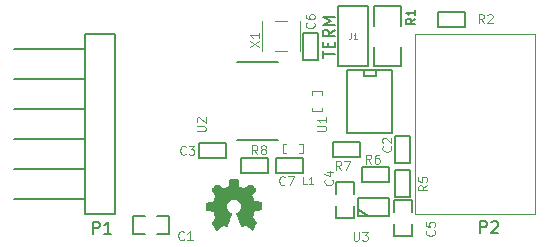
<source format=gto>
G04 #@! TF.FileFunction,Legend,Top*
%FSLAX46Y46*%
G04 Gerber Fmt 4.6, Leading zero omitted, Abs format (unit mm)*
G04 Created by KiCad (PCBNEW 4.0.2+dfsg1-stable) date ven. 29 sept. 2017 08:41:15 CEST*
%MOMM*%
G01*
G04 APERTURE LIST*
%ADD10C,0.100000*%
%ADD11C,0.150000*%
%ADD12C,0.101600*%
%ADD13C,0.127000*%
%ADD14C,0.152400*%
%ADD15C,0.203200*%
%ADD16C,0.027940*%
%ADD17C,0.076200*%
G04 APERTURE END LIST*
D10*
D11*
X149591781Y-99421724D02*
X149591781Y-98850295D01*
X150591781Y-99136010D02*
X149591781Y-99136010D01*
X150067971Y-98516962D02*
X150067971Y-98183628D01*
X150591781Y-98040771D02*
X150591781Y-98516962D01*
X149591781Y-98516962D01*
X149591781Y-98040771D01*
X150591781Y-97040771D02*
X150115590Y-97374105D01*
X150591781Y-97612200D02*
X149591781Y-97612200D01*
X149591781Y-97231247D01*
X149639400Y-97136009D01*
X149687019Y-97088390D01*
X149782257Y-97040771D01*
X149925114Y-97040771D01*
X150020352Y-97088390D01*
X150067971Y-97136009D01*
X150115590Y-97231247D01*
X150115590Y-97612200D01*
X150591781Y-96612200D02*
X149591781Y-96612200D01*
X150306067Y-96278866D01*
X149591781Y-95945533D01*
X150591781Y-95945533D01*
X123450000Y-98650000D02*
X129450000Y-98650000D01*
X123450000Y-101190000D02*
X129450000Y-101190000D01*
X123450000Y-103730000D02*
X129450000Y-103730000D01*
X123450000Y-106270000D02*
X129450000Y-106270000D01*
X123450000Y-108810000D02*
X129450000Y-108810000D01*
X123450000Y-111350000D02*
X129450000Y-111350000D01*
X131990000Y-112620000D02*
X131990000Y-97380000D01*
X131990000Y-97380000D02*
X129450000Y-97380000D01*
X129450000Y-97380000D02*
X129450000Y-112620000D01*
X131990000Y-112620000D02*
X129450000Y-112620000D01*
D12*
X167550000Y-112620000D02*
X167550000Y-97380000D01*
X157390000Y-112620000D02*
X157390000Y-97380000D01*
X167550000Y-112620000D02*
X157390000Y-112620000D01*
X157390000Y-97380000D02*
X167550000Y-97380000D01*
D13*
X151792000Y-100433000D02*
X151665000Y-100433000D01*
X151665000Y-100433000D02*
X151665000Y-105767000D01*
X155475000Y-105767000D02*
X155475000Y-100433000D01*
X155475000Y-100433000D02*
X151792000Y-100433000D01*
X154078000Y-100433000D02*
X154078000Y-100941000D01*
X154078000Y-100941000D02*
X153062000Y-100941000D01*
X153062000Y-100941000D02*
X153062000Y-100433000D01*
X155475000Y-105767000D02*
X151665000Y-105767000D01*
D14*
X150900000Y-95060000D02*
X153440000Y-95060000D01*
X153440000Y-95060000D02*
X153440000Y-100140000D01*
X153440000Y-100140000D02*
X150900000Y-100140000D01*
X150900000Y-100140000D02*
X150900000Y-95060000D01*
D13*
X153947000Y-100140000D02*
X156233000Y-100140000D01*
X156233000Y-100140000D02*
X156233000Y-98489000D01*
X153947000Y-96711000D02*
X153947000Y-95060000D01*
X153947000Y-95060000D02*
X156233000Y-95060000D01*
X156233000Y-95060000D02*
X156233000Y-96711000D01*
X153947000Y-98489000D02*
X153947000Y-100140000D01*
D15*
X142321280Y-106398600D02*
X145816320Y-106398600D01*
X145816320Y-99798600D02*
X142321280Y-99798600D01*
D13*
X150749000Y-110972600D02*
X150749000Y-109956600D01*
X150749000Y-109956600D02*
X152273000Y-109956600D01*
X152273000Y-109956600D02*
X152273000Y-110972600D01*
X152273000Y-111988600D02*
X152273000Y-113004600D01*
X152273000Y-113004600D02*
X150749000Y-113004600D01*
X150749000Y-113004600D02*
X150749000Y-111988600D01*
X159385000Y-95504000D02*
X161671000Y-95504000D01*
X161671000Y-95504000D02*
X161671000Y-96774000D01*
X161671000Y-96774000D02*
X159385000Y-96774000D01*
X159385000Y-96774000D02*
X159385000Y-95504000D01*
X155752800Y-111175800D02*
X155752800Y-108889800D01*
X155752800Y-108889800D02*
X157022800Y-108889800D01*
X157022800Y-108889800D02*
X157022800Y-111175800D01*
X157022800Y-111175800D02*
X155752800Y-111175800D01*
X155244800Y-109905800D02*
X152958800Y-109905800D01*
X152958800Y-109905800D02*
X152958800Y-108635800D01*
X152958800Y-108635800D02*
X155244800Y-108635800D01*
X155244800Y-108635800D02*
X155244800Y-109905800D01*
X135585200Y-112826800D02*
X136601200Y-112826800D01*
X136601200Y-112826800D02*
X136601200Y-114350800D01*
X136601200Y-114350800D02*
X135585200Y-114350800D01*
X134569200Y-114350800D02*
X133553200Y-114350800D01*
X133553200Y-114350800D02*
X133553200Y-112826800D01*
X133553200Y-112826800D02*
X134569200Y-112826800D01*
X157022800Y-106019600D02*
X157022800Y-108305600D01*
X157022800Y-108305600D02*
X155752800Y-108305600D01*
X155752800Y-108305600D02*
X155752800Y-106019600D01*
X155752800Y-106019600D02*
X157022800Y-106019600D01*
X139115800Y-106654600D02*
X141401800Y-106654600D01*
X141401800Y-106654600D02*
X141401800Y-107924600D01*
X141401800Y-107924600D02*
X139115800Y-107924600D01*
X139115800Y-107924600D02*
X139115800Y-106654600D01*
X155625800Y-112471200D02*
X155625800Y-111455200D01*
X155625800Y-111455200D02*
X157149800Y-111455200D01*
X157149800Y-111455200D02*
X157149800Y-112471200D01*
X157149800Y-113487200D02*
X157149800Y-114503200D01*
X157149800Y-114503200D02*
X155625800Y-114503200D01*
X155625800Y-114503200D02*
X155625800Y-113487200D01*
X153416000Y-112801400D02*
X152654000Y-112293400D01*
X155194000Y-112801400D02*
X152590500Y-112801400D01*
X152590500Y-112801400D02*
X152590500Y-111277400D01*
X152590500Y-111277400D02*
X155194000Y-111277400D01*
X155194000Y-111277400D02*
X155194000Y-112801400D01*
X150444200Y-106527600D02*
X152730200Y-106527600D01*
X152730200Y-106527600D02*
X152730200Y-107797600D01*
X152730200Y-107797600D02*
X150444200Y-107797600D01*
X150444200Y-107797600D02*
X150444200Y-106527600D01*
D12*
X148698000Y-103948600D02*
X148698000Y-103648600D01*
X148698000Y-103948600D02*
X149498000Y-103948600D01*
X149498000Y-103948600D02*
X149498000Y-103648600D01*
X148698000Y-102548600D02*
X148698000Y-102248600D01*
X148698000Y-102248600D02*
X149498000Y-102248600D01*
X149498000Y-102248600D02*
X149498000Y-102548600D01*
X146190600Y-106686400D02*
X146490600Y-106686400D01*
X146190600Y-106686400D02*
X146190600Y-107486400D01*
X146190600Y-107486400D02*
X146490600Y-107486400D01*
X147590600Y-106686400D02*
X147890600Y-106686400D01*
X147890600Y-106686400D02*
X147890600Y-107486400D01*
X147890600Y-107486400D02*
X147590600Y-107486400D01*
D10*
X144450000Y-98811400D02*
X144450000Y-96311400D01*
X146550000Y-96311400D02*
X145550000Y-96311400D01*
X146550000Y-98811400D02*
X145550000Y-98811400D01*
X147650000Y-98811400D02*
X147650000Y-96311400D01*
D13*
X149199600Y-97307400D02*
X149199600Y-99593400D01*
X149199600Y-99593400D02*
X147929600Y-99593400D01*
X147929600Y-99593400D02*
X147929600Y-97307400D01*
X147929600Y-97307400D02*
X149199600Y-97307400D01*
X145669000Y-107873800D02*
X147955000Y-107873800D01*
X147955000Y-107873800D02*
X147955000Y-109143800D01*
X147955000Y-109143800D02*
X145669000Y-109143800D01*
X145669000Y-109143800D02*
X145669000Y-107873800D01*
X142646400Y-107873800D02*
X144932400Y-107873800D01*
X144932400Y-107873800D02*
X144932400Y-109143800D01*
X144932400Y-109143800D02*
X142646400Y-109143800D01*
X142646400Y-109143800D02*
X142646400Y-107873800D01*
D16*
X141871700Y-109664500D02*
X142125700Y-109664500D01*
X141719300Y-109689900D02*
X142354300Y-109689900D01*
X141719300Y-109715300D02*
X142354300Y-109715300D01*
X141693900Y-109740700D02*
X142379700Y-109740700D01*
X141693900Y-109766100D02*
X142379700Y-109766100D01*
X141693900Y-109791500D02*
X142379700Y-109791500D01*
X141693900Y-109816900D02*
X142379700Y-109816900D01*
X141693900Y-109842300D02*
X142379700Y-109842300D01*
X141693900Y-109867700D02*
X142379700Y-109867700D01*
X141668500Y-109893100D02*
X142405100Y-109893100D01*
X141668500Y-109918500D02*
X142405100Y-109918500D01*
X141668500Y-109943900D02*
X142405100Y-109943900D01*
X141668500Y-109969300D02*
X142405100Y-109969300D01*
X141668500Y-109994700D02*
X142405100Y-109994700D01*
X141643100Y-110020100D02*
X142405100Y-110020100D01*
X141643100Y-110045500D02*
X142430500Y-110045500D01*
X141643100Y-110070900D02*
X142430500Y-110070900D01*
X141643100Y-110096300D02*
X142430500Y-110096300D01*
X141643100Y-110121700D02*
X142430500Y-110121700D01*
X140601700Y-110147100D02*
X140677900Y-110147100D01*
X141643100Y-110147100D02*
X142430500Y-110147100D01*
X143370300Y-110147100D02*
X143471900Y-110147100D01*
X140576300Y-110172500D02*
X140703300Y-110172500D01*
X141617700Y-110172500D02*
X142430500Y-110172500D01*
X143319500Y-110172500D02*
X143497300Y-110172500D01*
X140550900Y-110197900D02*
X140754100Y-110197900D01*
X141617700Y-110197900D02*
X142430500Y-110197900D01*
X143294100Y-110197900D02*
X143522700Y-110197900D01*
X140500100Y-110223300D02*
X140779500Y-110223300D01*
X141617700Y-110223300D02*
X142455900Y-110223300D01*
X143243300Y-110223300D02*
X143573500Y-110223300D01*
X140474700Y-110248700D02*
X140830300Y-110248700D01*
X141617700Y-110248700D02*
X142455900Y-110248700D01*
X143217900Y-110248700D02*
X143598900Y-110248700D01*
X140449300Y-110274100D02*
X140855700Y-110274100D01*
X141617700Y-110274100D02*
X142455900Y-110274100D01*
X143167100Y-110274100D02*
X143624300Y-110274100D01*
X140423900Y-110299500D02*
X140881100Y-110299500D01*
X141592300Y-110299500D02*
X142455900Y-110299500D01*
X143141700Y-110299500D02*
X143649700Y-110299500D01*
X140398500Y-110324900D02*
X140931900Y-110324900D01*
X141516100Y-110324900D02*
X142557500Y-110324900D01*
X143090900Y-110324900D02*
X143675100Y-110324900D01*
X140373100Y-110350300D02*
X140957300Y-110350300D01*
X141439900Y-110350300D02*
X142633700Y-110350300D01*
X143065500Y-110350300D02*
X143700500Y-110350300D01*
X140347700Y-110375700D02*
X141008100Y-110375700D01*
X141363700Y-110375700D02*
X142684500Y-110375700D01*
X143014700Y-110375700D02*
X143725900Y-110375700D01*
X140322300Y-110401100D02*
X141033500Y-110401100D01*
X141312900Y-110401100D02*
X142760700Y-110401100D01*
X142989300Y-110401100D02*
X143751300Y-110401100D01*
X140296900Y-110426500D02*
X141058900Y-110426500D01*
X141262100Y-110426500D02*
X142811500Y-110426500D01*
X142963900Y-110426500D02*
X143776700Y-110426500D01*
X140271500Y-110451900D02*
X141109700Y-110451900D01*
X141211300Y-110451900D02*
X142862300Y-110451900D01*
X142913100Y-110451900D02*
X143802100Y-110451900D01*
X140246100Y-110477300D02*
X141135100Y-110477300D01*
X141160500Y-110477300D02*
X143827500Y-110477300D01*
X140220700Y-110502700D02*
X143827500Y-110502700D01*
X140220700Y-110528100D02*
X143852900Y-110528100D01*
X140195300Y-110553500D02*
X143852900Y-110553500D01*
X140195300Y-110578900D02*
X143852900Y-110578900D01*
X140220700Y-110604300D02*
X143852900Y-110604300D01*
X140220700Y-110629700D02*
X143827500Y-110629700D01*
X140246100Y-110655100D02*
X143827500Y-110655100D01*
X140271500Y-110680500D02*
X143802100Y-110680500D01*
X140271500Y-110705900D02*
X143776700Y-110705900D01*
X140296900Y-110731300D02*
X143751300Y-110731300D01*
X140322300Y-110756700D02*
X143751300Y-110756700D01*
X140347700Y-110782100D02*
X143725900Y-110782100D01*
X140347700Y-110807500D02*
X143700500Y-110807500D01*
X140373100Y-110832900D02*
X143700500Y-110832900D01*
X140398500Y-110858300D02*
X143675100Y-110858300D01*
X140398500Y-110883700D02*
X143649700Y-110883700D01*
X140423900Y-110909100D02*
X143624300Y-110909100D01*
X140449300Y-110934500D02*
X143624300Y-110934500D01*
X140449300Y-110959900D02*
X143598900Y-110959900D01*
X140474700Y-110985300D02*
X143573500Y-110985300D01*
X140500100Y-111010700D02*
X143548100Y-111010700D01*
X140500100Y-111036100D02*
X143548100Y-111036100D01*
X140525500Y-111061500D02*
X143522700Y-111061500D01*
X140525500Y-111086900D02*
X143522700Y-111086900D01*
X140525500Y-111112300D02*
X143548100Y-111112300D01*
X140500100Y-111137700D02*
X143573500Y-111137700D01*
X140500100Y-111163100D02*
X143573500Y-111163100D01*
X140474700Y-111188500D02*
X143598900Y-111188500D01*
X140474700Y-111213900D02*
X143598900Y-111213900D01*
X140449300Y-111239300D02*
X143624300Y-111239300D01*
X140449300Y-111264700D02*
X143624300Y-111264700D01*
X140423900Y-111290100D02*
X143649700Y-111290100D01*
X140423900Y-111315500D02*
X143649700Y-111315500D01*
X140398500Y-111340900D02*
X143649700Y-111340900D01*
X140398500Y-111366300D02*
X141922500Y-111366300D01*
X142151100Y-111366300D02*
X143675100Y-111366300D01*
X140398500Y-111391700D02*
X141846300Y-111391700D01*
X142227300Y-111391700D02*
X143675100Y-111391700D01*
X140373100Y-111417100D02*
X141770100Y-111417100D01*
X142303500Y-111417100D02*
X143700500Y-111417100D01*
X140373100Y-111442500D02*
X141719300Y-111442500D01*
X142354300Y-111442500D02*
X143700500Y-111442500D01*
X140373100Y-111467900D02*
X141693900Y-111467900D01*
X142379700Y-111467900D02*
X143700500Y-111467900D01*
X140347700Y-111493300D02*
X141643100Y-111493300D01*
X142430500Y-111493300D02*
X143725900Y-111493300D01*
X140347700Y-111518700D02*
X141617700Y-111518700D01*
X142455900Y-111518700D02*
X143802100Y-111518700D01*
X140347700Y-111544100D02*
X141592300Y-111544100D01*
X142481300Y-111544100D02*
X143954500Y-111544100D01*
X140322300Y-111569500D02*
X141566900Y-111569500D01*
X142506700Y-111569500D02*
X144081500Y-111569500D01*
X140169900Y-111594900D02*
X141541500Y-111594900D01*
X142532100Y-111594900D02*
X144233900Y-111594900D01*
X140017500Y-111620300D02*
X141541500Y-111620300D01*
X142532100Y-111620300D02*
X144335500Y-111620300D01*
X139865100Y-111645700D02*
X141516100Y-111645700D01*
X142557500Y-111645700D02*
X144335500Y-111645700D01*
X139738100Y-111671100D02*
X141490700Y-111671100D01*
X142582900Y-111671100D02*
X144360900Y-111671100D01*
X139712700Y-111696500D02*
X141490700Y-111696500D01*
X142582900Y-111696500D02*
X144360900Y-111696500D01*
X139712700Y-111721900D02*
X141465300Y-111721900D01*
X142608300Y-111721900D02*
X144360900Y-111721900D01*
X139712700Y-111747300D02*
X141465300Y-111747300D01*
X142608300Y-111747300D02*
X144360900Y-111747300D01*
X139712700Y-111772700D02*
X141439900Y-111772700D01*
X142633700Y-111772700D02*
X144360900Y-111772700D01*
X139712700Y-111798100D02*
X141439900Y-111798100D01*
X142633700Y-111798100D02*
X144360900Y-111798100D01*
X139712700Y-111823500D02*
X141439900Y-111823500D01*
X142633700Y-111823500D02*
X144360900Y-111823500D01*
X139712700Y-111848900D02*
X141439900Y-111848900D01*
X142659100Y-111848900D02*
X144360900Y-111848900D01*
X139712700Y-111874300D02*
X141414500Y-111874300D01*
X142659100Y-111874300D02*
X144360900Y-111874300D01*
X139712700Y-111899700D02*
X141414500Y-111899700D01*
X142659100Y-111899700D02*
X144386300Y-111899700D01*
X139687300Y-111925100D02*
X141414500Y-111925100D01*
X142659100Y-111925100D02*
X144386300Y-111925100D01*
X139687300Y-111950500D02*
X141414500Y-111950500D01*
X142659100Y-111950500D02*
X144386300Y-111950500D01*
X139687300Y-111975900D02*
X141414500Y-111975900D01*
X142659100Y-111975900D02*
X144386300Y-111975900D01*
X139687300Y-112001300D02*
X141414500Y-112001300D01*
X142659100Y-112001300D02*
X144386300Y-112001300D01*
X139687300Y-112026700D02*
X141414500Y-112026700D01*
X142659100Y-112026700D02*
X144386300Y-112026700D01*
X139687300Y-112052100D02*
X141414500Y-112052100D01*
X142659100Y-112052100D02*
X144386300Y-112052100D01*
X139687300Y-112077500D02*
X141414500Y-112077500D01*
X142659100Y-112077500D02*
X144386300Y-112077500D01*
X139687300Y-112102900D02*
X141414500Y-112102900D01*
X142659100Y-112102900D02*
X144386300Y-112102900D01*
X139687300Y-112128300D02*
X141439900Y-112128300D01*
X142659100Y-112128300D02*
X144386300Y-112128300D01*
X139712700Y-112153700D02*
X141439900Y-112153700D01*
X142633700Y-112153700D02*
X144386300Y-112153700D01*
X139712700Y-112179100D02*
X141439900Y-112179100D01*
X142633700Y-112179100D02*
X144360900Y-112179100D01*
X139712700Y-112204500D02*
X141465300Y-112204500D01*
X142633700Y-112204500D02*
X144360900Y-112204500D01*
X139712700Y-112229900D02*
X141465300Y-112229900D01*
X142608300Y-112229900D02*
X144360900Y-112229900D01*
X139712700Y-112255300D02*
X141465300Y-112255300D01*
X142608300Y-112255300D02*
X144335500Y-112255300D01*
X139712700Y-112280700D02*
X141490700Y-112280700D01*
X142582900Y-112280700D02*
X144183100Y-112280700D01*
X139814300Y-112306100D02*
X141516100Y-112306100D01*
X142582900Y-112306100D02*
X144030700Y-112306100D01*
X139941300Y-112331500D02*
X141516100Y-112331500D01*
X142557500Y-112331500D02*
X143852900Y-112331500D01*
X140093700Y-112356900D02*
X141541500Y-112356900D01*
X142532100Y-112356900D02*
X143751300Y-112356900D01*
X140220700Y-112382300D02*
X141566900Y-112382300D01*
X142506700Y-112382300D02*
X143751300Y-112382300D01*
X140322300Y-112407700D02*
X141592300Y-112407700D01*
X142506700Y-112407700D02*
X143751300Y-112407700D01*
X140347700Y-112433100D02*
X141592300Y-112433100D01*
X142481300Y-112433100D02*
X143725900Y-112433100D01*
X140347700Y-112458500D02*
X141643100Y-112458500D01*
X142430500Y-112458500D02*
X143725900Y-112458500D01*
X140347700Y-112483900D02*
X141668500Y-112483900D01*
X142405100Y-112483900D02*
X143725900Y-112483900D01*
X140347700Y-112509300D02*
X141693900Y-112509300D01*
X142379700Y-112509300D02*
X143725900Y-112509300D01*
X140373100Y-112534700D02*
X141744700Y-112534700D01*
X142328900Y-112534700D02*
X143700500Y-112534700D01*
X140373100Y-112560100D02*
X141795500Y-112560100D01*
X142278100Y-112560100D02*
X143700500Y-112560100D01*
X140373100Y-112585500D02*
X141820900Y-112585500D01*
X142278100Y-112585500D02*
X143700500Y-112585500D01*
X140398500Y-112610900D02*
X141820900Y-112610900D01*
X142278100Y-112610900D02*
X143675100Y-112610900D01*
X140398500Y-112636300D02*
X141820900Y-112636300D01*
X142278100Y-112636300D02*
X143675100Y-112636300D01*
X140398500Y-112661700D02*
X141795500Y-112661700D01*
X142303500Y-112661700D02*
X143649700Y-112661700D01*
X140423900Y-112687100D02*
X141795500Y-112687100D01*
X142303500Y-112687100D02*
X143649700Y-112687100D01*
X140423900Y-112712500D02*
X141795500Y-112712500D01*
X142303500Y-112712500D02*
X143649700Y-112712500D01*
X140449300Y-112737900D02*
X141770100Y-112737900D01*
X142328900Y-112737900D02*
X143624300Y-112737900D01*
X140449300Y-112763300D02*
X141770100Y-112763300D01*
X142328900Y-112763300D02*
X143624300Y-112763300D01*
X140474700Y-112788700D02*
X141744700Y-112788700D01*
X142354300Y-112788700D02*
X143598900Y-112788700D01*
X140474700Y-112814100D02*
X141744700Y-112814100D01*
X142354300Y-112814100D02*
X143598900Y-112814100D01*
X140500100Y-112839500D02*
X141744700Y-112839500D01*
X142354300Y-112839500D02*
X143573500Y-112839500D01*
X140500100Y-112864900D02*
X141719300Y-112864900D01*
X142379700Y-112864900D02*
X143598900Y-112864900D01*
X140525500Y-112890300D02*
X141719300Y-112890300D01*
X142379700Y-112890300D02*
X143598900Y-112890300D01*
X140525500Y-112915700D02*
X141719300Y-112915700D01*
X142405100Y-112915700D02*
X143624300Y-112915700D01*
X140525500Y-112941100D02*
X141693900Y-112941100D01*
X142405100Y-112941100D02*
X143649700Y-112941100D01*
X140525500Y-112966500D02*
X141693900Y-112966500D01*
X142405100Y-112966500D02*
X143675100Y-112966500D01*
X140500100Y-112991900D02*
X141693900Y-112991900D01*
X142430500Y-112991900D02*
X143675100Y-112991900D01*
X140474700Y-113017300D02*
X141668500Y-113017300D01*
X142430500Y-113017300D02*
X143700500Y-113017300D01*
X140449300Y-113042700D02*
X141668500Y-113042700D01*
X142430500Y-113042700D02*
X143725900Y-113042700D01*
X140449300Y-113068100D02*
X141668500Y-113068100D01*
X142455900Y-113068100D02*
X143725900Y-113068100D01*
X140423900Y-113093500D02*
X141643100Y-113093500D01*
X142455900Y-113093500D02*
X143751300Y-113093500D01*
X140398500Y-113118900D02*
X141643100Y-113118900D01*
X142481300Y-113118900D02*
X143776700Y-113118900D01*
X140373100Y-113144300D02*
X141643100Y-113144300D01*
X142481300Y-113144300D02*
X143776700Y-113144300D01*
X140373100Y-113169700D02*
X141617700Y-113169700D01*
X142481300Y-113169700D02*
X143802100Y-113169700D01*
X140347700Y-113195100D02*
X141617700Y-113195100D01*
X142506700Y-113195100D02*
X143827500Y-113195100D01*
X140322300Y-113220500D02*
X141592300Y-113220500D01*
X142506700Y-113220500D02*
X143827500Y-113220500D01*
X140322300Y-113245900D02*
X141592300Y-113245900D01*
X142532100Y-113245900D02*
X143852900Y-113245900D01*
X140296900Y-113271300D02*
X141592300Y-113271300D01*
X142532100Y-113271300D02*
X143878300Y-113271300D01*
X140271500Y-113296700D02*
X141566900Y-113296700D01*
X142532100Y-113296700D02*
X143903700Y-113296700D01*
X140246100Y-113322100D02*
X141566900Y-113322100D01*
X142557500Y-113322100D02*
X143903700Y-113322100D01*
X140246100Y-113347500D02*
X141566900Y-113347500D01*
X142557500Y-113347500D02*
X143929100Y-113347500D01*
X140220700Y-113372900D02*
X141541500Y-113372900D01*
X142582900Y-113372900D02*
X143929100Y-113372900D01*
X140195300Y-113398300D02*
X141541500Y-113398300D01*
X142582900Y-113398300D02*
X143929100Y-113398300D01*
X140195300Y-113423700D02*
X141541500Y-113423700D01*
X142582900Y-113423700D02*
X143903700Y-113423700D01*
X140195300Y-113449100D02*
X141516100Y-113449100D01*
X142608300Y-113449100D02*
X143878300Y-113449100D01*
X140195300Y-113474500D02*
X141516100Y-113474500D01*
X142608300Y-113474500D02*
X143852900Y-113474500D01*
X140220700Y-113499900D02*
X141516100Y-113499900D01*
X142608300Y-113499900D02*
X143827500Y-113499900D01*
X140246100Y-113525300D02*
X141490700Y-113525300D01*
X142633700Y-113525300D02*
X143827500Y-113525300D01*
X140271500Y-113550700D02*
X141490700Y-113550700D01*
X142633700Y-113550700D02*
X142989300Y-113550700D01*
X143040100Y-113550700D02*
X143802100Y-113550700D01*
X140296900Y-113576100D02*
X141490700Y-113576100D01*
X142659100Y-113576100D02*
X142913100Y-113576100D01*
X143116300Y-113576100D02*
X143776700Y-113576100D01*
X140322300Y-113601500D02*
X141084300Y-113601500D01*
X141211300Y-113601500D02*
X141465300Y-113601500D01*
X142659100Y-113601500D02*
X142862300Y-113601500D01*
X143141700Y-113601500D02*
X143751300Y-113601500D01*
X140347700Y-113626900D02*
X141033500Y-113626900D01*
X141287500Y-113626900D02*
X141465300Y-113626900D01*
X142659100Y-113626900D02*
X142811500Y-113626900D01*
X143167100Y-113626900D02*
X143725900Y-113626900D01*
X140373100Y-113652300D02*
X140982700Y-113652300D01*
X141338300Y-113652300D02*
X141439900Y-113652300D01*
X142684500Y-113652300D02*
X142760700Y-113652300D01*
X143192500Y-113652300D02*
X143751300Y-113652300D01*
X140398500Y-113677700D02*
X140957300Y-113677700D01*
X141389100Y-113677700D02*
X141439900Y-113677700D01*
X142684500Y-113677700D02*
X142709900Y-113677700D01*
X143192500Y-113677700D02*
X143751300Y-113677700D01*
X140423900Y-113703100D02*
X140906500Y-113703100D01*
X143243300Y-113703100D02*
X143751300Y-113703100D01*
X140449300Y-113728500D02*
X140881100Y-113728500D01*
X143268700Y-113728500D02*
X143751300Y-113728500D01*
X140449300Y-113753900D02*
X140830300Y-113753900D01*
X143294100Y-113753900D02*
X143751300Y-113753900D01*
X140449300Y-113779300D02*
X140804900Y-113779300D01*
X143344900Y-113779300D02*
X143751300Y-113779300D01*
X140449300Y-113804700D02*
X140779500Y-113804700D01*
X143395700Y-113804700D02*
X143725900Y-113804700D01*
X140474700Y-113830100D02*
X140754100Y-113830100D01*
X143446500Y-113830100D02*
X143725900Y-113830100D01*
X140474700Y-113855500D02*
X140728700Y-113855500D01*
X143471900Y-113855500D02*
X143700500Y-113855500D01*
X140500100Y-113880900D02*
X140728700Y-113880900D01*
X143497300Y-113880900D02*
X143700500Y-113880900D01*
X140525500Y-113906300D02*
X140703300Y-113906300D01*
X143522700Y-113906300D02*
X143675100Y-113906300D01*
X140550900Y-113931700D02*
X140703300Y-113931700D01*
X143548100Y-113931700D02*
X143649700Y-113931700D01*
X140576300Y-113957100D02*
X140677900Y-113957100D01*
X143573500Y-113957100D02*
X143624300Y-113957100D01*
X140601700Y-113982500D02*
X140677900Y-113982500D01*
D11*
X130151905Y-114302381D02*
X130151905Y-113302381D01*
X130532858Y-113302381D01*
X130628096Y-113350000D01*
X130675715Y-113397619D01*
X130723334Y-113492857D01*
X130723334Y-113635714D01*
X130675715Y-113730952D01*
X130628096Y-113778571D01*
X130532858Y-113826190D01*
X130151905Y-113826190D01*
X131675715Y-114302381D02*
X131104286Y-114302381D01*
X131390000Y-114302381D02*
X131390000Y-113302381D01*
X131294762Y-113445238D01*
X131199524Y-113540476D01*
X131104286Y-113588095D01*
X162921905Y-114232381D02*
X162921905Y-113232381D01*
X163302858Y-113232381D01*
X163398096Y-113280000D01*
X163445715Y-113327619D01*
X163493334Y-113422857D01*
X163493334Y-113565714D01*
X163445715Y-113660952D01*
X163398096Y-113708571D01*
X163302858Y-113756190D01*
X162921905Y-113756190D01*
X163874286Y-113327619D02*
X163921905Y-113280000D01*
X164017143Y-113232381D01*
X164255239Y-113232381D01*
X164350477Y-113280000D01*
X164398096Y-113327619D01*
X164445715Y-113422857D01*
X164445715Y-113518095D01*
X164398096Y-113660952D01*
X163826667Y-114232381D01*
X164445715Y-114232381D01*
D12*
X149112514Y-105622271D02*
X149729371Y-105622271D01*
X149801943Y-105585986D01*
X149838229Y-105549700D01*
X149874514Y-105477129D01*
X149874514Y-105331986D01*
X149838229Y-105259414D01*
X149801943Y-105223129D01*
X149729371Y-105186843D01*
X149112514Y-105186843D01*
X149874514Y-104424843D02*
X149874514Y-104860271D01*
X149874514Y-104642557D02*
X149112514Y-104642557D01*
X149221371Y-104715128D01*
X149293943Y-104787700D01*
X149330229Y-104860271D01*
X152003334Y-97346190D02*
X152003334Y-97703333D01*
X151979524Y-97774762D01*
X151931905Y-97822381D01*
X151860477Y-97846190D01*
X151812858Y-97846190D01*
X152503333Y-97846190D02*
X152217619Y-97846190D01*
X152360476Y-97846190D02*
X152360476Y-97346190D01*
X152312857Y-97417619D01*
X152265238Y-97465238D01*
X152217619Y-97489048D01*
D13*
X157434714Y-96097000D02*
X157071857Y-96351000D01*
X157434714Y-96532428D02*
X156672714Y-96532428D01*
X156672714Y-96242143D01*
X156709000Y-96169571D01*
X156745286Y-96133286D01*
X156817857Y-96097000D01*
X156926714Y-96097000D01*
X156999286Y-96133286D01*
X157035571Y-96169571D01*
X157071857Y-96242143D01*
X157071857Y-96532428D01*
X157434714Y-95371286D02*
X157434714Y-95806714D01*
X157434714Y-95589000D02*
X156672714Y-95589000D01*
X156781571Y-95661571D01*
X156854143Y-95734143D01*
X156890429Y-95806714D01*
D12*
X138914414Y-105634971D02*
X139531271Y-105634971D01*
X139603843Y-105598686D01*
X139640129Y-105562400D01*
X139676414Y-105489829D01*
X139676414Y-105344686D01*
X139640129Y-105272114D01*
X139603843Y-105235829D01*
X139531271Y-105199543D01*
X138914414Y-105199543D01*
X138986986Y-104872971D02*
X138950700Y-104836685D01*
X138914414Y-104764114D01*
X138914414Y-104582685D01*
X138950700Y-104510114D01*
X138986986Y-104473828D01*
X139059557Y-104437543D01*
X139132129Y-104437543D01*
X139240986Y-104473828D01*
X139676414Y-104909257D01*
X139676414Y-104437543D01*
X150411543Y-109728000D02*
X150447829Y-109764286D01*
X150484114Y-109873143D01*
X150484114Y-109945714D01*
X150447829Y-110054571D01*
X150375257Y-110127143D01*
X150302686Y-110163428D01*
X150157543Y-110199714D01*
X150048686Y-110199714D01*
X149903543Y-110163428D01*
X149830971Y-110127143D01*
X149758400Y-110054571D01*
X149722114Y-109945714D01*
X149722114Y-109873143D01*
X149758400Y-109764286D01*
X149794686Y-109728000D01*
X149976114Y-109074857D02*
X150484114Y-109074857D01*
X149685829Y-109256286D02*
X150230114Y-109437714D01*
X150230114Y-108966000D01*
X163245800Y-96483714D02*
X162991800Y-96120857D01*
X162810372Y-96483714D02*
X162810372Y-95721714D01*
X163100657Y-95721714D01*
X163173229Y-95758000D01*
X163209514Y-95794286D01*
X163245800Y-95866857D01*
X163245800Y-95975714D01*
X163209514Y-96048286D01*
X163173229Y-96084571D01*
X163100657Y-96120857D01*
X162810372Y-96120857D01*
X163536086Y-95794286D02*
X163572372Y-95758000D01*
X163644943Y-95721714D01*
X163826372Y-95721714D01*
X163898943Y-95758000D01*
X163935229Y-95794286D01*
X163971514Y-95866857D01*
X163971514Y-95939429D01*
X163935229Y-96048286D01*
X163499800Y-96483714D01*
X163971514Y-96483714D01*
X158434314Y-110210600D02*
X158071457Y-110464600D01*
X158434314Y-110646028D02*
X157672314Y-110646028D01*
X157672314Y-110355743D01*
X157708600Y-110283171D01*
X157744886Y-110246886D01*
X157817457Y-110210600D01*
X157926314Y-110210600D01*
X157998886Y-110246886D01*
X158035171Y-110283171D01*
X158071457Y-110355743D01*
X158071457Y-110646028D01*
X157672314Y-109521171D02*
X157672314Y-109884028D01*
X158035171Y-109920314D01*
X157998886Y-109884028D01*
X157962600Y-109811457D01*
X157962600Y-109630028D01*
X157998886Y-109557457D01*
X158035171Y-109521171D01*
X158107743Y-109484886D01*
X158289171Y-109484886D01*
X158361743Y-109521171D01*
X158398029Y-109557457D01*
X158434314Y-109630028D01*
X158434314Y-109811457D01*
X158398029Y-109884028D01*
X158361743Y-109920314D01*
X153695400Y-108370914D02*
X153441400Y-108008057D01*
X153259972Y-108370914D02*
X153259972Y-107608914D01*
X153550257Y-107608914D01*
X153622829Y-107645200D01*
X153659114Y-107681486D01*
X153695400Y-107754057D01*
X153695400Y-107862914D01*
X153659114Y-107935486D01*
X153622829Y-107971771D01*
X153550257Y-108008057D01*
X153259972Y-108008057D01*
X154348543Y-107608914D02*
X154203400Y-107608914D01*
X154130829Y-107645200D01*
X154094543Y-107681486D01*
X154021972Y-107790343D01*
X153985686Y-107935486D01*
X153985686Y-108225771D01*
X154021972Y-108298343D01*
X154058257Y-108334629D01*
X154130829Y-108370914D01*
X154275972Y-108370914D01*
X154348543Y-108334629D01*
X154384829Y-108298343D01*
X154421114Y-108225771D01*
X154421114Y-108044343D01*
X154384829Y-107971771D01*
X154348543Y-107935486D01*
X154275972Y-107899200D01*
X154130829Y-107899200D01*
X154058257Y-107935486D01*
X154021972Y-107971771D01*
X153985686Y-108044343D01*
X137853000Y-114782143D02*
X137816714Y-114818429D01*
X137707857Y-114854714D01*
X137635286Y-114854714D01*
X137526429Y-114818429D01*
X137453857Y-114745857D01*
X137417572Y-114673286D01*
X137381286Y-114528143D01*
X137381286Y-114419286D01*
X137417572Y-114274143D01*
X137453857Y-114201571D01*
X137526429Y-114129000D01*
X137635286Y-114092714D01*
X137707857Y-114092714D01*
X137816714Y-114129000D01*
X137853000Y-114165286D01*
X138578714Y-114854714D02*
X138143286Y-114854714D01*
X138361000Y-114854714D02*
X138361000Y-114092714D01*
X138288429Y-114201571D01*
X138215857Y-114274143D01*
X138143286Y-114310429D01*
X155339143Y-106908600D02*
X155375429Y-106944886D01*
X155411714Y-107053743D01*
X155411714Y-107126314D01*
X155375429Y-107235171D01*
X155302857Y-107307743D01*
X155230286Y-107344028D01*
X155085143Y-107380314D01*
X154976286Y-107380314D01*
X154831143Y-107344028D01*
X154758571Y-107307743D01*
X154686000Y-107235171D01*
X154649714Y-107126314D01*
X154649714Y-107053743D01*
X154686000Y-106944886D01*
X154722286Y-106908600D01*
X154722286Y-106618314D02*
X154686000Y-106582028D01*
X154649714Y-106509457D01*
X154649714Y-106328028D01*
X154686000Y-106255457D01*
X154722286Y-106219171D01*
X154794857Y-106182886D01*
X154867429Y-106182886D01*
X154976286Y-106219171D01*
X155411714Y-106654600D01*
X155411714Y-106182886D01*
X137998200Y-107561743D02*
X137961914Y-107598029D01*
X137853057Y-107634314D01*
X137780486Y-107634314D01*
X137671629Y-107598029D01*
X137599057Y-107525457D01*
X137562772Y-107452886D01*
X137526486Y-107307743D01*
X137526486Y-107198886D01*
X137562772Y-107053743D01*
X137599057Y-106981171D01*
X137671629Y-106908600D01*
X137780486Y-106872314D01*
X137853057Y-106872314D01*
X137961914Y-106908600D01*
X137998200Y-106944886D01*
X138252200Y-106872314D02*
X138723914Y-106872314D01*
X138469914Y-107162600D01*
X138578772Y-107162600D01*
X138651343Y-107198886D01*
X138687629Y-107235171D01*
X138723914Y-107307743D01*
X138723914Y-107489171D01*
X138687629Y-107561743D01*
X138651343Y-107598029D01*
X138578772Y-107634314D01*
X138361057Y-107634314D01*
X138288486Y-107598029D01*
X138252200Y-107561743D01*
X159022143Y-114020600D02*
X159058429Y-114056886D01*
X159094714Y-114165743D01*
X159094714Y-114238314D01*
X159058429Y-114347171D01*
X158985857Y-114419743D01*
X158913286Y-114456028D01*
X158768143Y-114492314D01*
X158659286Y-114492314D01*
X158514143Y-114456028D01*
X158441571Y-114419743D01*
X158369000Y-114347171D01*
X158332714Y-114238314D01*
X158332714Y-114165743D01*
X158369000Y-114056886D01*
X158405286Y-114020600D01*
X158332714Y-113331171D02*
X158332714Y-113694028D01*
X158695571Y-113730314D01*
X158659286Y-113694028D01*
X158623000Y-113621457D01*
X158623000Y-113440028D01*
X158659286Y-113367457D01*
X158695571Y-113331171D01*
X158768143Y-113294886D01*
X158949571Y-113294886D01*
X159022143Y-113331171D01*
X159058429Y-113367457D01*
X159094714Y-113440028D01*
X159094714Y-113621457D01*
X159058429Y-113694028D01*
X159022143Y-113730314D01*
D17*
X152200429Y-114136714D02*
X152200429Y-114753571D01*
X152236714Y-114826143D01*
X152273000Y-114862429D01*
X152345571Y-114898714D01*
X152490714Y-114898714D01*
X152563286Y-114862429D01*
X152599571Y-114826143D01*
X152635857Y-114753571D01*
X152635857Y-114136714D01*
X152926143Y-114136714D02*
X153397857Y-114136714D01*
X153143857Y-114427000D01*
X153252715Y-114427000D01*
X153325286Y-114463286D01*
X153361572Y-114499571D01*
X153397857Y-114572143D01*
X153397857Y-114753571D01*
X153361572Y-114826143D01*
X153325286Y-114862429D01*
X153252715Y-114898714D01*
X153035000Y-114898714D01*
X152962429Y-114862429D01*
X152926143Y-114826143D01*
D12*
X148234401Y-110105371D02*
X147944115Y-110105371D01*
X147944115Y-109495771D01*
X148756915Y-110105371D02*
X148408572Y-110105371D01*
X148582744Y-110105371D02*
X148582744Y-109495771D01*
X148524687Y-109582857D01*
X148466629Y-109640914D01*
X148408572Y-109669943D01*
X151155400Y-108904314D02*
X150901400Y-108541457D01*
X150719972Y-108904314D02*
X150719972Y-108142314D01*
X151010257Y-108142314D01*
X151082829Y-108178600D01*
X151119114Y-108214886D01*
X151155400Y-108287457D01*
X151155400Y-108396314D01*
X151119114Y-108468886D01*
X151082829Y-108505171D01*
X151010257Y-108541457D01*
X150719972Y-108541457D01*
X151409400Y-108142314D02*
X151917400Y-108142314D01*
X151590829Y-108904314D01*
X143435614Y-98508457D02*
X144197614Y-98000457D01*
X143435614Y-98000457D02*
X144197614Y-98508457D01*
X144197614Y-97311029D02*
X144197614Y-97746457D01*
X144197614Y-97528743D02*
X143435614Y-97528743D01*
X143544471Y-97601314D01*
X143617043Y-97673886D01*
X143653329Y-97746457D01*
X148836743Y-96443800D02*
X148873029Y-96480086D01*
X148909314Y-96588943D01*
X148909314Y-96661514D01*
X148873029Y-96770371D01*
X148800457Y-96842943D01*
X148727886Y-96879228D01*
X148582743Y-96915514D01*
X148473886Y-96915514D01*
X148328743Y-96879228D01*
X148256171Y-96842943D01*
X148183600Y-96770371D01*
X148147314Y-96661514D01*
X148147314Y-96588943D01*
X148183600Y-96480086D01*
X148219886Y-96443800D01*
X148147314Y-95790657D02*
X148147314Y-95935800D01*
X148183600Y-96008371D01*
X148219886Y-96044657D01*
X148328743Y-96117228D01*
X148473886Y-96153514D01*
X148764171Y-96153514D01*
X148836743Y-96117228D01*
X148873029Y-96080943D01*
X148909314Y-96008371D01*
X148909314Y-95863228D01*
X148873029Y-95790657D01*
X148836743Y-95754371D01*
X148764171Y-95718086D01*
X148582743Y-95718086D01*
X148510171Y-95754371D01*
X148473886Y-95790657D01*
X148437600Y-95863228D01*
X148437600Y-96008371D01*
X148473886Y-96080943D01*
X148510171Y-96117228D01*
X148582743Y-96153514D01*
X146380200Y-110127143D02*
X146343914Y-110163429D01*
X146235057Y-110199714D01*
X146162486Y-110199714D01*
X146053629Y-110163429D01*
X145981057Y-110090857D01*
X145944772Y-110018286D01*
X145908486Y-109873143D01*
X145908486Y-109764286D01*
X145944772Y-109619143D01*
X145981057Y-109546571D01*
X146053629Y-109474000D01*
X146162486Y-109437714D01*
X146235057Y-109437714D01*
X146343914Y-109474000D01*
X146380200Y-109510286D01*
X146634200Y-109437714D02*
X147142200Y-109437714D01*
X146815629Y-110199714D01*
X144068800Y-107583514D02*
X143814800Y-107220657D01*
X143633372Y-107583514D02*
X143633372Y-106821514D01*
X143923657Y-106821514D01*
X143996229Y-106857800D01*
X144032514Y-106894086D01*
X144068800Y-106966657D01*
X144068800Y-107075514D01*
X144032514Y-107148086D01*
X143996229Y-107184371D01*
X143923657Y-107220657D01*
X143633372Y-107220657D01*
X144504229Y-107148086D02*
X144431657Y-107111800D01*
X144395372Y-107075514D01*
X144359086Y-107002943D01*
X144359086Y-106966657D01*
X144395372Y-106894086D01*
X144431657Y-106857800D01*
X144504229Y-106821514D01*
X144649372Y-106821514D01*
X144721943Y-106857800D01*
X144758229Y-106894086D01*
X144794514Y-106966657D01*
X144794514Y-107002943D01*
X144758229Y-107075514D01*
X144721943Y-107111800D01*
X144649372Y-107148086D01*
X144504229Y-107148086D01*
X144431657Y-107184371D01*
X144395372Y-107220657D01*
X144359086Y-107293229D01*
X144359086Y-107438371D01*
X144395372Y-107510943D01*
X144431657Y-107547229D01*
X144504229Y-107583514D01*
X144649372Y-107583514D01*
X144721943Y-107547229D01*
X144758229Y-107510943D01*
X144794514Y-107438371D01*
X144794514Y-107293229D01*
X144758229Y-107220657D01*
X144721943Y-107184371D01*
X144649372Y-107148086D01*
M02*

</source>
